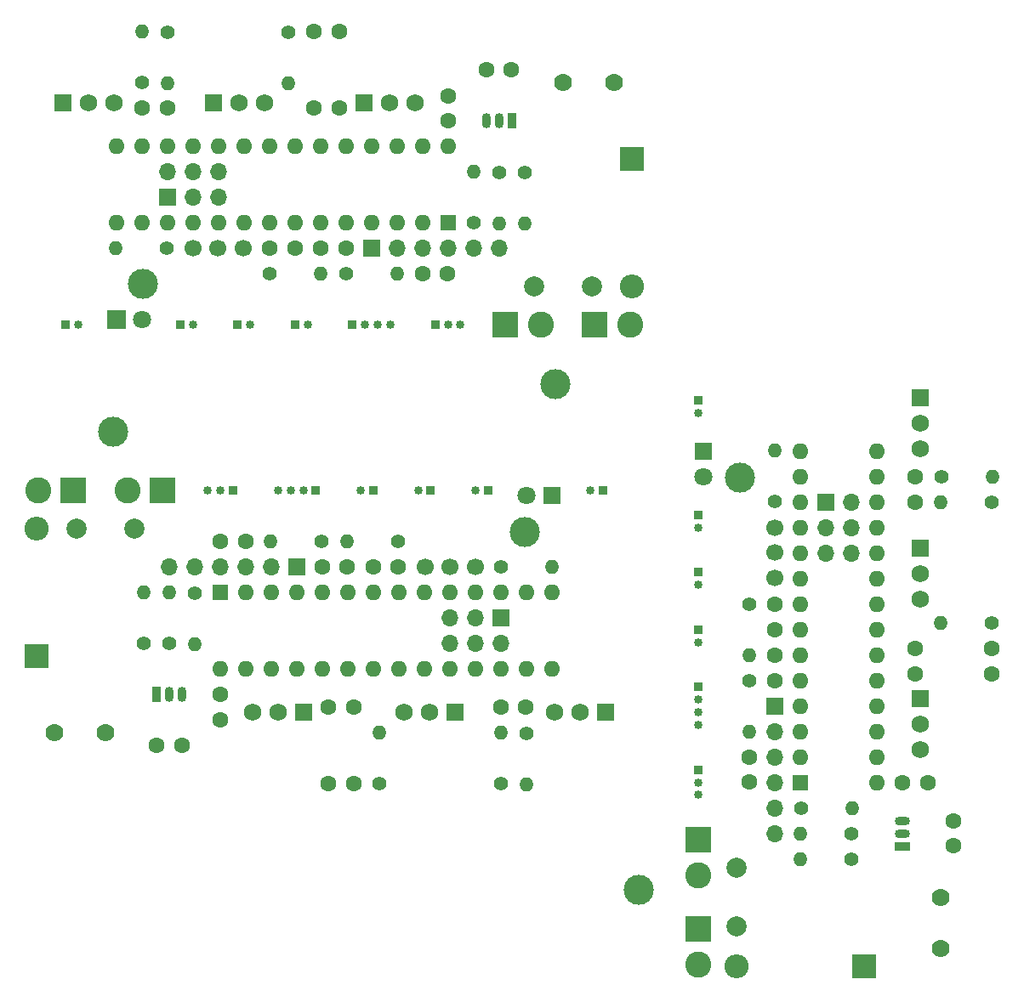
<source format=gts>
%MOIN*%
%OFA0B0*%
%FSLAX46Y46*%
%IPPOS*%
%LPD*%
%AMREC29*
4,1,3,
0.035433070866141732,0.035433070866141739,
-0.035433070866141739,0.035433070866141732,
-0.035433070866141732,-0.035433070866141739,
0.035433070866141739,-0.035433070866141732,
0*%
%AMREC30*
4,1,3,
0.03444881889763779,0.0344488188976378,
-0.0344488188976378,0.03444881889763779,
-0.03444881889763779,-0.0344488188976378,
0.0344488188976378,-0.03444881889763779,
0*%
%AMREC31*
4,1,3,
0.033464566929133854,0.033464566929133861,
-0.033464566929133861,0.033464566929133854,
-0.033464566929133854,-0.033464566929133861,
0.033464566929133861,-0.033464566929133854,
0*%
%AMREC32*
4,1,3,
0.031496062992125984,0.031496062992125991,
-0.031496062992125991,0.031496062992125984,
-0.031496062992125984,-0.031496062992125991,
0.031496062992125991,-0.031496062992125984,
0*%
%AMREC33*
4,1,3,
0.051181102362204724,0.051181102362204738,
-0.051181102362204738,0.051181102362204724,
-0.051181102362204724,-0.051181102362204738,
0.051181102362204738,-0.051181102362204724,
0*%
%AMREC34*
4,1,3,
0.047244094488188969,0.047244094488188983,
-0.047244094488188983,0.047244094488188969,
-0.047244094488188969,-0.047244094488188983,
0.047244094488188983,-0.047244094488188969,
0*%
%AMREC35*
4,1,3,
0.017716535433070862,0.029527559055118113,
-0.017716535433070873,0.029527559055118113,
-0.017716535433070862,-0.029527559055118113,
0.017716535433070873,-0.029527559055118113,
0*%
%AMREC36*
4,1,3,
0.016732283464566927,0.016732283464566931,
-0.016732283464566931,0.016732283464566927,
-0.016732283464566927,-0.016732283464566931,
0.016732283464566931,-0.016732283464566927,
0*%
%ADD10C,0.0039370078740157488*%
%AMCOMP65*
4,1,3,
0.035433070866141732,0.035433070866141739,
-0.035433070866141739,0.035433070866141732,
-0.035433070866141732,-0.035433070866141739,
0.035433070866141739,-0.035433070866141732,
0*%
%ADD11COMP65*%
%ADD12C,0.070866141732283464*%
%ADD13C,0.11811023622047245*%
%ADD14C,0.068897637795275593*%
%AMCOMP66*
4,1,3,
0.03444881889763779,0.0344488188976378,
-0.0344488188976378,0.03444881889763779,
-0.03444881889763779,-0.0344488188976378,
0.0344488188976378,-0.03444881889763779,
0*%
%ADD15COMP66*%
%ADD16C,0.07874015748031496*%
%AMCOMP67*
4,1,3,
0.033464566929133854,0.033464566929133861,
-0.033464566929133861,0.033464566929133854,
-0.033464566929133854,-0.033464566929133861,
0.033464566929133861,-0.033464566929133854,
0*%
%ADD17COMP67*%
%ADD18O,0.066929133858267723X0.066929133858267723*%
%AMCOMP68*
4,1,3,
0.031496062992125984,0.031496062992125991,
-0.031496062992125991,0.031496062992125984,
-0.031496062992125984,-0.031496062992125991,
0.031496062992125991,-0.031496062992125984,
0*%
%ADD19COMP68*%
%ADD20O,0.062992125984251982X0.062992125984251982*%
%AMCOMP69*
4,1,3,
0.051181102362204724,0.051181102362204738,
-0.051181102362204738,0.051181102362204724,
-0.051181102362204724,-0.051181102362204738,
0.051181102362204738,-0.051181102362204724,
0*%
%ADD21COMP69*%
%ADD22C,0.10236220472440946*%
%ADD23C,0.066929133858267723*%
%AMCOMP70*
4,1,3,
0.047244094488188969,0.047244094488188983,
-0.047244094488188983,0.047244094488188969,
-0.047244094488188969,-0.047244094488188983,
0.047244094488188983,-0.047244094488188969,
0*%
%ADD24COMP70*%
%ADD25O,0.094488188976377951X0.094488188976377951*%
%ADD26C,0.07*%
%ADD27C,0.055118110236220472*%
%ADD28O,0.055118110236220472X0.055118110236220472*%
%ADD29C,0.062992125984251982*%
%ADD30O,0.035433070866141732X0.059055118110236227*%
%AMCOMP71*
4,1,3,
0.017716535433070862,0.029527559055118113,
-0.017716535433070873,0.029527559055118113,
-0.017716535433070862,-0.029527559055118113,
0.017716535433070873,-0.029527559055118113,
0*%
%ADD31COMP71*%
%AMCOMP72*
4,1,3,
0.016732283464566927,0.016732283464566931,
-0.016732283464566931,0.016732283464566927,
-0.016732283464566927,-0.016732283464566931,
0.016732283464566931,-0.016732283464566927,
0*%
%ADD32COMP72*%
%ADD33C,0.033464566929133861*%
%ADD44C,0.0039370078740157488*%
%ADD45R,0.070866141732283464X0.070866141732283464*%
%ADD46C,0.070866141732283464*%
%ADD47C,0.11811023622047245*%
%ADD48C,0.068897637795275593*%
%ADD49R,0.068897637795275593X0.068897637795275593*%
%ADD50C,0.07874015748031496*%
%ADD51R,0.066929133858267723X0.066929133858267723*%
%ADD52O,0.066929133858267723X0.066929133858267723*%
%ADD53R,0.062992125984251982X0.062992125984251982*%
%ADD54O,0.062992125984251982X0.062992125984251982*%
%ADD55R,0.10236220472440946X0.10236220472440946*%
%ADD56C,0.10236220472440946*%
%ADD57C,0.066929133858267723*%
%ADD58R,0.094488188976377951X0.094488188976377951*%
%ADD59O,0.094488188976377951X0.094488188976377951*%
%ADD60C,0.07*%
%ADD61C,0.055118110236220472*%
%ADD62O,0.055118110236220472X0.055118110236220472*%
%ADD63C,0.062992125984251982*%
%ADD64O,0.035433070866141732X0.059055118110236227*%
%ADD65R,0.035433070866141732X0.059055118110236227*%
%ADD66R,0.033464566929133861X0.033464566929133861*%
%ADD67C,0.033464566929133861*%
%ADD68C,0.0039370078740157488*%
%ADD69R,0.070866141732283464X0.070866141732283464*%
%ADD70C,0.070866141732283464*%
%ADD71C,0.11811023622047245*%
%ADD72C,0.068897637795275593*%
%ADD73R,0.068897637795275593X0.068897637795275593*%
%ADD74C,0.07874015748031496*%
%ADD75R,0.066929133858267723X0.066929133858267723*%
%ADD76O,0.066929133858267723X0.066929133858267723*%
%ADD77R,0.062992125984251982X0.062992125984251982*%
%ADD78O,0.062992125984251982X0.062992125984251982*%
%ADD79R,0.10236220472440946X0.10236220472440946*%
%ADD80C,0.10236220472440946*%
%ADD81C,0.066929133858267723*%
%ADD82R,0.094488188976377951X0.094488188976377951*%
%ADD83O,0.094488188976377951X0.094488188976377951*%
%ADD84C,0.07*%
%ADD85C,0.055118110236220472*%
%ADD86O,0.055118110236220472X0.055118110236220472*%
%ADD87C,0.062992125984251982*%
%ADD88O,0.059055118110236227X0.035433070866141732*%
%ADD89R,0.059055118110236227X0.035433070866141732*%
%ADD90R,0.033464566929133861X0.033464566929133861*%
%ADD91C,0.033464566929133861*%
G01*
D10*
D11*
X0003976377Y-0000866141D02*
X0000406377Y0002628858D03*
D12*
X0000506377Y0002628858D03*
D13*
X0000511889Y0002770275D03*
D14*
X0000396929Y0003478936D03*
X0000296929Y0003478936D03*
D15*
X0000196929Y0003478936D03*
D16*
X0002042204Y0002758858D03*
X0002270551Y0002758858D03*
D17*
X0001406377Y0002908858D03*
D18*
X0001506377Y0002908858D03*
X0001606377Y0002908858D03*
X0001706377Y0002908858D03*
X0001806377Y0002908858D03*
X0001906377Y0002908858D03*
D13*
X0002126062Y0002376574D03*
D19*
X0001706377Y0003008858D03*
D20*
X0000406377Y0003308858D03*
X0001606377Y0003008858D03*
X0000506377Y0003308858D03*
X0001506377Y0003008858D03*
X0000606377Y0003308858D03*
X0001406377Y0003008858D03*
X0000706377Y0003308858D03*
X0001306377Y0003008858D03*
X0000806377Y0003308858D03*
X0001206377Y0003008858D03*
X0000906377Y0003308858D03*
X0001106377Y0003008858D03*
X0001006377Y0003308858D03*
X0001006377Y0003008858D03*
X0001106377Y0003308858D03*
X0000906377Y0003008858D03*
X0001206377Y0003308858D03*
X0000806377Y0003008858D03*
X0001306377Y0003308858D03*
X0000706377Y0003008858D03*
X0001406377Y0003308858D03*
X0000606377Y0003008858D03*
X0001506377Y0003308858D03*
X0000506377Y0003008858D03*
X0001606377Y0003308858D03*
X0000406377Y0003008858D03*
X0001706377Y0003308858D03*
D21*
X0001931377Y0002608858D03*
D22*
X0002069173Y0002608858D03*
D21*
X0002281377Y0002608858D03*
D22*
X0002419173Y0002608858D03*
D23*
X0000706377Y0002908858D03*
X0000804803Y0002908858D03*
X0000903228Y0002908858D03*
D24*
X0002426377Y0003258858D03*
D25*
X0002426377Y0002758858D03*
D26*
X0002156377Y0003558858D03*
X0002356377Y0003558858D03*
D27*
X0001307952Y0002808858D03*
D28*
X0001507952Y0002808858D03*
D27*
X0001007952Y0002808858D03*
D28*
X0001207952Y0002808858D03*
D29*
X0001706377Y0003408858D03*
X0001706377Y0003507283D03*
X0001856377Y0003608858D03*
X0001954803Y0003608858D03*
X0001306377Y0002908858D03*
X0001207952Y0002908858D03*
D30*
X0001906377Y0003408858D03*
X0001856377Y0003408858D03*
D31*
X0001956377Y0003408858D03*
D29*
X0001106377Y0002908858D03*
X0001007952Y0002908858D03*
X0001606377Y0002808858D03*
X0001704803Y0002808858D03*
D27*
X0001806377Y0003010433D03*
D28*
X0001806377Y0003210433D03*
D29*
X0000606377Y0003458858D03*
X0000507952Y0003458858D03*
D27*
X0000506377Y0003560433D03*
D28*
X0000506377Y0003760433D03*
D27*
X0000606377Y0003757283D03*
D28*
X0000606377Y0003557283D03*
D14*
X0000987480Y0003478936D03*
X0000887480Y0003478936D03*
D15*
X0000787480Y0003478936D03*
D14*
X0001578031Y0003478936D03*
X0001478031Y0003478936D03*
D15*
X0001378031Y0003478936D03*
D27*
X0001906377Y0003207283D03*
D28*
X0001906377Y0003007283D03*
D27*
X0002006377Y0003207283D03*
D28*
X0002006377Y0003007283D03*
D27*
X0000604803Y0002908858D03*
D28*
X0000404803Y0002908858D03*
D29*
X0001281377Y0003458858D03*
X0001281377Y0003758858D03*
X0001181377Y0003458858D03*
X0001181377Y0003758858D03*
D27*
X0001081377Y0003757283D03*
D28*
X0001081377Y0003557283D03*
D17*
X0000606377Y0003108858D03*
D18*
X0000606377Y0003208858D03*
X0000706377Y0003108858D03*
X0000706377Y0003208858D03*
X0000806377Y0003108858D03*
X0000806377Y0003208858D03*
D32*
X0000881377Y0002608858D03*
D33*
X0000930590Y0002608858D03*
D32*
X0001331377Y0002608858D03*
D33*
X0001380590Y0002608858D03*
X0001429803Y0002608858D03*
X0001479015Y0002608858D03*
D32*
X0001106377Y0002608858D03*
D33*
X0001155590Y0002608858D03*
D32*
X0000206377Y0002608858D03*
D33*
X0000255590Y0002608858D03*
D32*
X0000656377Y0002608858D03*
D33*
X0000705590Y0002608858D03*
D32*
X0001656377Y0002608858D03*
D33*
X0001705590Y0002608858D03*
X0001754803Y0002608858D03*
G04 next file*
G04 #@! TF.FileFunction,Soldermask,Top*
G04 Gerber Fmt 4.6, Leading zero omitted, Abs format (unit mm)*
G04 Created by KiCad (PCBNEW 4.0.7) date 07/04/19 20:50:11*
G01*
G04 APERTURE LIST*
G04 APERTURE END LIST*
D44*
D45*
X-0001456692Y0005433070D02*
X0002113307Y0001938070D03*
D46*
X0002013307Y0001938070D03*
D47*
X0002007795Y0001796653D03*
D48*
X0002122755Y0001087992D03*
X0002222755Y0001087992D03*
D49*
X0002322755Y0001087992D03*
D50*
X0000477480Y0001808070D03*
X0000249133Y0001808070D03*
D51*
X0001113307Y0001658070D03*
D52*
X0001013307Y0001658070D03*
X0000913307Y0001658070D03*
X0000813307Y0001658070D03*
X0000713307Y0001658070D03*
X0000613307Y0001658070D03*
D47*
X0000393622Y0002190354D03*
D53*
X0000813307Y0001558070D03*
D54*
X0002113307Y0001258070D03*
X0000913307Y0001558070D03*
X0002013307Y0001258070D03*
X0001013307Y0001558070D03*
X0001913307Y0001258070D03*
X0001113307Y0001558070D03*
X0001813307Y0001258070D03*
X0001213307Y0001558070D03*
X0001713307Y0001258070D03*
X0001313307Y0001558070D03*
X0001613307Y0001258070D03*
X0001413307Y0001558070D03*
X0001513307Y0001258070D03*
X0001513307Y0001558070D03*
X0001413307Y0001258070D03*
X0001613307Y0001558070D03*
X0001313307Y0001258070D03*
X0001713307Y0001558070D03*
X0001213307Y0001258070D03*
X0001813307Y0001558070D03*
X0001113307Y0001258070D03*
X0001913307Y0001558070D03*
X0001013307Y0001258070D03*
X0002013307Y0001558070D03*
X0000913307Y0001258070D03*
X0002113307Y0001558070D03*
X0000813307Y0001258070D03*
D55*
X0000588307Y0001958070D03*
D56*
X0000450511Y0001958070D03*
D55*
X0000238307Y0001958070D03*
D56*
X0000100511Y0001958070D03*
D57*
X0001813307Y0001658070D03*
X0001714881Y0001658070D03*
X0001616456Y0001658070D03*
D58*
X0000093307Y0001308070D03*
D59*
X0000093307Y0001808070D03*
D60*
X0000363307Y0001008070D03*
X0000163307Y0001008070D03*
D61*
X0001211732Y0001758070D03*
D62*
X0001011732Y0001758070D03*
D61*
X0001511732Y0001758070D03*
D62*
X0001311732Y0001758070D03*
D63*
X0000813307Y0001158070D03*
X0000813307Y0001059645D03*
X0000663307Y0000958070D03*
X0000564881Y0000958070D03*
X0001213307Y0001658070D03*
X0001311732Y0001658070D03*
D64*
X0000613307Y0001158070D03*
X0000663307Y0001158070D03*
D65*
X0000563307Y0001158070D03*
D63*
X0001413307Y0001658070D03*
X0001511732Y0001658070D03*
X0000913307Y0001758070D03*
X0000814881Y0001758070D03*
D61*
X0000713307Y0001556496D03*
D62*
X0000713307Y0001356496D03*
D63*
X0001913307Y0001108070D03*
X0002011732Y0001108070D03*
D61*
X0002013307Y0001006496D03*
D62*
X0002013307Y0000806496D03*
D61*
X0001913307Y0000809645D03*
D62*
X0001913307Y0001009645D03*
D48*
X0001532204Y0001087992D03*
X0001632204Y0001087992D03*
D49*
X0001732204Y0001087992D03*
D48*
X0000941653Y0001087992D03*
X0001041653Y0001087992D03*
D49*
X0001141653Y0001087992D03*
D61*
X0000613307Y0001359645D03*
D62*
X0000613307Y0001559645D03*
D61*
X0000513307Y0001359645D03*
D62*
X0000513307Y0001559645D03*
D61*
X0001914881Y0001658070D03*
D62*
X0002114881Y0001658070D03*
D63*
X0001238307Y0001108070D03*
X0001238307Y0000808070D03*
X0001338307Y0001108070D03*
X0001338307Y0000808070D03*
D61*
X0001438307Y0000809645D03*
D62*
X0001438307Y0001009645D03*
D51*
X0001913307Y0001458070D03*
D52*
X0001913307Y0001358070D03*
X0001813307Y0001458070D03*
X0001813307Y0001358070D03*
X0001713307Y0001458070D03*
X0001713307Y0001358070D03*
D66*
X0001638307Y0001958070D03*
D67*
X0001589094Y0001958070D03*
D66*
X0001188307Y0001958070D03*
D67*
X0001139094Y0001958070D03*
X0001089881Y0001958070D03*
X0001040669Y0001958070D03*
D66*
X0001413307Y0001958070D03*
D67*
X0001364094Y0001958070D03*
D66*
X0002313307Y0001958070D03*
D67*
X0002264094Y0001958070D03*
D66*
X0001863307Y0001958070D03*
D67*
X0001814094Y0001958070D03*
D66*
X0000863307Y0001958070D03*
D67*
X0000814094Y0001958070D03*
X0000764881Y0001958070D03*
G04 next file*
G04 #@! TF.FileFunction,Soldermask,Top*
G04 Gerber Fmt 4.6, Leading zero omitted, Abs format (unit mm)*
G04 Created by KiCad (PCBNEW 4.0.7) date 07/04/19 20:50:11*
G01*
G04 APERTURE LIST*
G04 APERTURE END LIST*
D68*
D69*
X-0000787401Y-0001456692D02*
X0002707598Y0002113307D03*
D70*
X0002707598Y0002013307D03*
D71*
X0002849015Y0002007795D03*
D72*
X0003557677Y0002122755D03*
X0003557677Y0002222755D03*
D73*
X0003557677Y0002322755D03*
D74*
X0002837598Y0000477480D03*
X0002837598Y0000249133D03*
D75*
X0002987598Y0001113307D03*
D76*
X0002987598Y0001013307D03*
X0002987598Y0000913307D03*
X0002987598Y0000813307D03*
X0002987598Y0000713307D03*
X0002987598Y0000613307D03*
D71*
X0002455314Y0000393622D03*
D77*
X0003087598Y0000813307D03*
D78*
X0003387598Y0002113307D03*
X0003087598Y0000913307D03*
X0003387598Y0002013307D03*
X0003087598Y0001013307D03*
X0003387598Y0001913307D03*
X0003087598Y0001113307D03*
X0003387598Y0001813307D03*
X0003087598Y0001213307D03*
X0003387598Y0001713307D03*
X0003087598Y0001313307D03*
X0003387598Y0001613307D03*
X0003087598Y0001413307D03*
X0003387598Y0001513307D03*
X0003087598Y0001513307D03*
X0003387598Y0001413307D03*
X0003087598Y0001613307D03*
X0003387598Y0001313307D03*
X0003087598Y0001713307D03*
X0003387598Y0001213307D03*
X0003087598Y0001813307D03*
X0003387598Y0001113307D03*
X0003087598Y0001913307D03*
X0003387598Y0001013307D03*
X0003087598Y0002013307D03*
X0003387598Y0000913307D03*
X0003087598Y0002113307D03*
X0003387598Y0000813307D03*
D79*
X0002687598Y0000588307D03*
D80*
X0002687598Y0000450511D03*
D79*
X0002687598Y0000238307D03*
D80*
X0002687598Y0000100511D03*
D81*
X0002987598Y0001813307D03*
X0002987598Y0001714881D03*
X0002987598Y0001616456D03*
D82*
X0003337598Y0000093307D03*
D83*
X0002837598Y0000093307D03*
D84*
X0003637598Y0000363307D03*
X0003637598Y0000163307D03*
D85*
X0002887598Y0001211732D03*
D86*
X0002887598Y0001011732D03*
D85*
X0002887598Y0001511732D03*
D86*
X0002887598Y0001311732D03*
D87*
X0003487598Y0000813307D03*
X0003586023Y0000813307D03*
X0003687598Y0000663307D03*
X0003687598Y0000564881D03*
X0002987598Y0001213307D03*
X0002987598Y0001311732D03*
D88*
X0003487598Y0000613307D03*
X0003487598Y0000663307D03*
D89*
X0003487598Y0000563307D03*
D87*
X0002987598Y0001413307D03*
X0002987598Y0001511732D03*
X0002887598Y0000913307D03*
X0002887598Y0000814881D03*
D85*
X0003089173Y0000713307D03*
D86*
X0003289173Y0000713307D03*
D87*
X0003537598Y0001913307D03*
X0003537598Y0002011732D03*
D85*
X0003639173Y0002013307D03*
D86*
X0003839173Y0002013307D03*
D85*
X0003836023Y0001913307D03*
D86*
X0003636023Y0001913307D03*
D72*
X0003557677Y0001532204D03*
X0003557677Y0001632204D03*
D73*
X0003557677Y0001732204D03*
D72*
X0003557677Y0000941653D03*
X0003557677Y0001041653D03*
D73*
X0003557677Y0001141653D03*
D85*
X0003286023Y0000613307D03*
D86*
X0003086023Y0000613307D03*
D85*
X0003286023Y0000513307D03*
D86*
X0003086023Y0000513307D03*
D85*
X0002987598Y0001914881D03*
D86*
X0002987598Y0002114881D03*
D87*
X0003537598Y0001238307D03*
X0003837598Y0001238307D03*
X0003537598Y0001338307D03*
X0003837598Y0001338307D03*
D85*
X0003836023Y0001438307D03*
D86*
X0003636023Y0001438307D03*
D75*
X0003187598Y0001913307D03*
D76*
X0003287598Y0001913307D03*
X0003187598Y0001813307D03*
X0003287598Y0001813307D03*
X0003187598Y0001713307D03*
X0003287598Y0001713307D03*
D90*
X0002687598Y0001638307D03*
D91*
X0002687598Y0001589094D03*
D90*
X0002687598Y0001188307D03*
D91*
X0002687598Y0001139094D03*
X0002687598Y0001089881D03*
X0002687598Y0001040669D03*
D90*
X0002687598Y0001413307D03*
D91*
X0002687598Y0001364094D03*
D90*
X0002687598Y0002313307D03*
D91*
X0002687598Y0002264094D03*
D90*
X0002687598Y0001863307D03*
D91*
X0002687598Y0001814094D03*
D90*
X0002687598Y0000863307D03*
D91*
X0002687598Y0000814094D03*
X0002687598Y0000764881D03*
M02*
</source>
